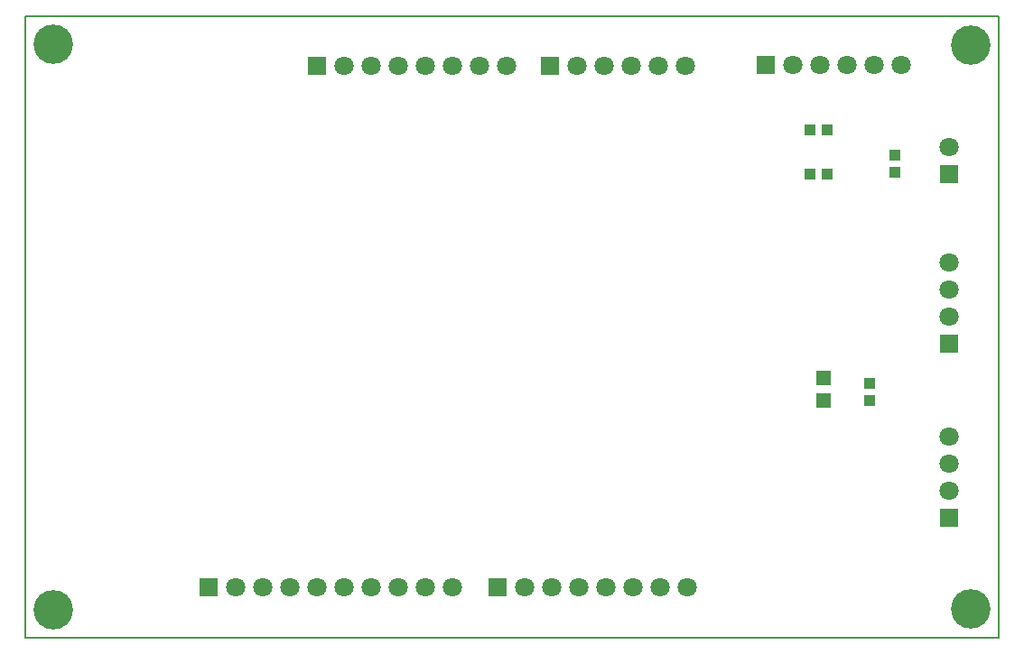
<source format=gts>
G04 Layer_Color=8388736*
%FSLAX43Y43*%
%MOMM*%
G71*
G01*
G75*
%ADD16C,0.127*%
%ADD24R,1.100X1.100*%
%ADD25R,1.400X1.400*%
%ADD26R,1.100X1.100*%
%ADD27C,1.800*%
%ADD28R,1.800X1.800*%
%ADD29C,3.700*%
%ADD30R,1.800X1.800*%
D16*
X0Y-0D02*
Y58351D01*
X91322D01*
Y-0D02*
Y58351D01*
X0Y-0D02*
X91322D01*
D24*
X73603Y43555D02*
D03*
X75203D02*
D03*
X73603Y47640D02*
D03*
X75203D02*
D03*
D25*
X74828Y24369D02*
D03*
Y22269D02*
D03*
D26*
X81519Y43704D02*
D03*
Y45304D02*
D03*
X79168Y22277D02*
D03*
Y23877D02*
D03*
D27*
X45154Y53703D02*
D03*
X40074D02*
D03*
X34994D02*
D03*
X29914D02*
D03*
X32454D02*
D03*
X37534D02*
D03*
X42614D02*
D03*
X59574Y4703D02*
D03*
X54494D02*
D03*
X49414D02*
D03*
X46874D02*
D03*
X51954D02*
D03*
X57034D02*
D03*
X62114D02*
D03*
X61894Y53703D02*
D03*
X56814D02*
D03*
X51734D02*
D03*
X54274D02*
D03*
X59354D02*
D03*
X37534Y4703D02*
D03*
X32454D02*
D03*
X27374D02*
D03*
X22294D02*
D03*
X19754D02*
D03*
X24834D02*
D03*
X29914D02*
D03*
X34994D02*
D03*
X40074D02*
D03*
X86626Y46047D02*
D03*
X86618Y35198D02*
D03*
Y30118D02*
D03*
Y32658D02*
D03*
X82118Y53801D02*
D03*
X77038D02*
D03*
X71958D02*
D03*
X74498D02*
D03*
X79578D02*
D03*
X86626Y18907D02*
D03*
Y13827D02*
D03*
Y16367D02*
D03*
D28*
X27374Y53703D02*
D03*
X44334Y4703D02*
D03*
X49194Y53703D02*
D03*
X17214Y4703D02*
D03*
X69418Y53801D02*
D03*
D29*
X88653Y55603D02*
D03*
X2620Y55715D02*
D03*
X2657Y2660D02*
D03*
X88653Y2697D02*
D03*
D30*
X86626Y43507D02*
D03*
X86618Y27578D02*
D03*
X86626Y11287D02*
D03*
M02*

</source>
